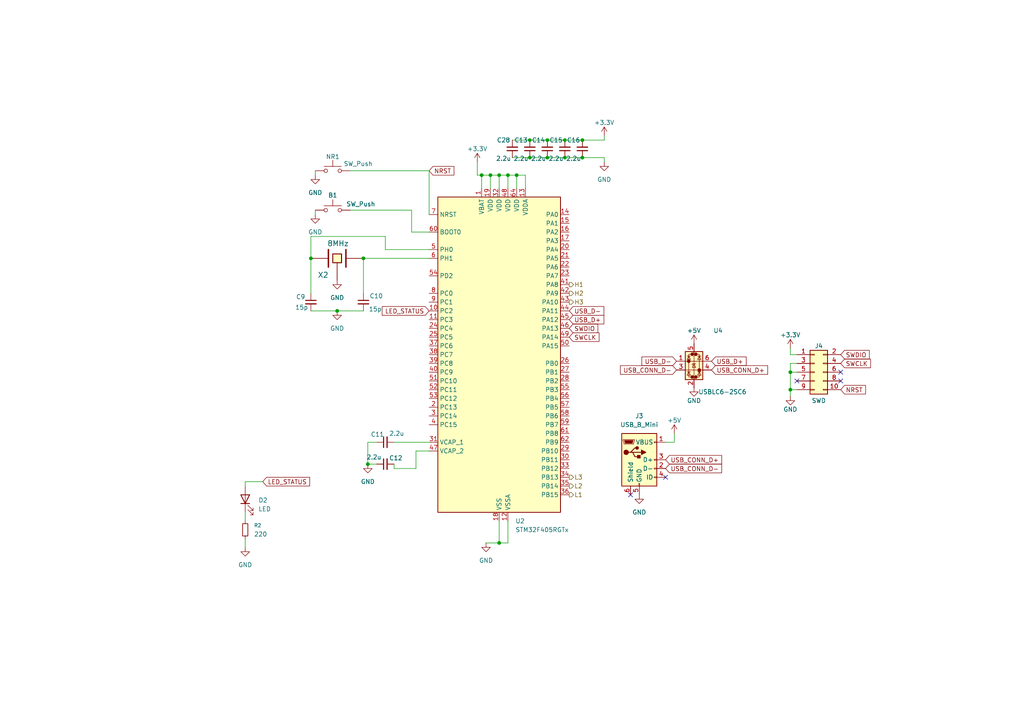
<source format=kicad_sch>
(kicad_sch (version 20250114) (generator "eeschema") (generator_version "9.0")
  (paper "A4")
  (lib_symbols
    (symbol "Connector:USB_B_Mini" (pin_names (offset 1.016))
      (property "Reference" "J" (at -5.08 11.43 0))
      (property "Value" "USB_B_Mini" (at -5.08 8.89 0))
      (symbol "USB_B_Mini_0_1"
        (rectangle (start -5.08 -7.62) (end 5.08 7.62) (stroke (width 0.254)) (fill (type background)))
        (polyline (pts (xy -4.699 5.842) (xy -4.699 5.588) (xy -4.445 4.826) (xy -4.445 4.572) (xy -1.651 4.572) (xy -1.651 4.826) (xy -1.397 5.588) (xy -1.397 5.842) (xy -4.699 5.842)))
        (polyline (pts (xy -4.318 5.588) (xy -1.778 5.588) (xy -2.032 4.826) (xy -4.064 4.826) (xy -4.318 5.588)) (fill (type outline)))
        (circle (center -3.81 2.159) (radius 0.635) (stroke (width 0.254)) (fill (type outline)))
        (polyline (pts (xy -3.175 2.159) (xy -2.54 2.159) (xy -1.27 3.429) (xy -0.635 3.429)) (stroke (width 0.254)))
        (polyline (pts (xy -2.54 2.159) (xy -1.905 2.159) (xy -1.27 0.889) (xy 0 0.889)) (stroke (width 0.254)))
        (polyline (pts (xy -1.905 2.159) (xy 0.635 2.159)) (stroke (width 0.254)))
        (circle (center -0.635 3.429) (radius 0.381) (stroke (width 0.254)) (fill (type outline)))
        (rectangle (start -0.127 -7.62) (end 0.127 -6.858))
        (rectangle (start 0.254 1.27) (end -0.508 0.508) (stroke (width 0.254)) (fill (type outline)))
        (polyline (pts (xy 0.635 2.794) (xy 0.635 1.524) (xy 1.905 2.159) (xy 0.635 2.794)) (stroke (width 0.254)) (fill (type outline)))
        (rectangle (start 5.08 4.953) (end 4.318 5.207))
        (rectangle (start 5.08 -0.127) (end 4.318 0.127))
        (rectangle (start 5.08 -2.667) (end 4.318 -2.413))
        (rectangle (start 5.08 -5.207) (end 4.318 -4.953))
      )
      (symbol "USB_B_Mini_1_1"
        (pin passive line (at -2.54 -10.16 90) (length 2.54) (name "Shield") (number "6"))
        (pin power_out line (at 0 -10.16 90) (length 2.54) (name "GND") (number "5"))
        (pin power_out line (at 7.62 5.08 180) (length 2.54) (name "VBUS") (number "1"))
        (pin bidirectional line (at 7.62 0 180) (length 2.54) (name "D+") (number "3"))
        (pin bidirectional line (at 7.62 -2.54 180) (length 2.54) (name "D-") (number "2"))
        (pin passive line (at 7.62 -5.08 180) (length 2.54) (name "ID") (number "4"))
      )
    )
    (symbol "Connector_Generic:Conn_02x05_Odd_Even" (pin_names (offset 1.016) (hide yes))
      (property "Reference" "J" (at 1.27 7.62 0))
      (property "Value" "Conn_02x05_Odd_Even" (at 1.27 -7.62 0))
      (symbol "Conn_02x05_Odd_Even_1_1"
        (rectangle (start -1.27 6.35) (end 3.81 -6.35) (stroke (width 0.254)) (fill (type background)))
        (rectangle (start -1.27 5.207) (end 0 4.953) (stroke (width 0.1524)))
        (rectangle (start -1.27 2.667) (end 0 2.413) (stroke (width 0.1524)))
        (rectangle (start -1.27 0.127) (end 0 -0.127) (stroke (width 0.1524)))
        (rectangle (start -1.27 -2.413) (end 0 -2.667) (stroke (width 0.1524)))
        (rectangle (start -1.27 -4.953) (end 0 -5.207) (stroke (width 0.1524)))
        (rectangle (start 3.81 5.207) (end 2.54 4.953) (stroke (width 0.1524)))
        (rectangle (start 3.81 2.667) (end 2.54 2.413) (stroke (width 0.1524)))
        (rectangle (start 3.81 0.127) (end 2.54 -0.127) (stroke (width 0.1524)))
        (rectangle (start 3.81 -2.413) (end 2.54 -2.667) (stroke (width 0.1524)))
        (rectangle (start 3.81 -4.953) (end 2.54 -5.207) (stroke (width 0.1524)))
        (pin passive line (at -5.08 5.08 0) (length 3.81) (name "Pin_1") (number "1"))
        (pin passive line (at -5.08 2.54 0) (length 3.81) (name "Pin_3") (number "3"))
        (pin passive line (at -5.08 0 0) (length 3.81) (name "Pin_5") (number "5"))
        (pin passive line (at -5.08 -2.54 0) (length 3.81) (name "Pin_7") (number "7"))
        (pin passive line (at -5.08 -5.08 0) (length 3.81) (name "Pin_9") (number "9"))
        (pin passive line (at 7.62 5.08 180) (length 3.81) (name "Pin_2") (number "2"))
        (pin passive line (at 7.62 2.54 180) (length 3.81) (name "Pin_4") (number "4"))
        (pin passive line (at 7.62 0 180) (length 3.81) (name "Pin_6") (number "6"))
        (pin passive line (at 7.62 -2.54 180) (length 3.81) (name "Pin_8") (number "8"))
        (pin passive line (at 7.62 -5.08 180) (length 3.81) (name "Pin_10") (number "10"))
      )
    )
    (symbol "Device:C_Small" (pin_numbers (hide yes)) (pin_names (offset 0.254) (hide yes))
      (property "Reference" "C" (at 0.254 1.778 0))
      (property "Value" "C_Small" (at 0.254 -2.032 0))
      (symbol "C_Small_0_1"
        (polyline (pts (xy -1.524 0.508) (xy 1.524 0.508)) (stroke (width 0.3048)))
        (polyline (pts (xy -1.524 -0.508) (xy 1.524 -0.508)) (stroke (width 0.3302)))
      )
      (symbol "C_Small_1_1"
        (pin passive line (at 0 2.54 270) (length 2.032) (name "~") (number "1"))
        (pin passive line (at 0 -2.54 90) (length 2.032) (name "~") (number "2"))
      )
    )
    (symbol "Device:LED" (pin_numbers (hide yes)) (pin_names (offset 1.016) (hide yes))
      (property "Reference" "D" (at 0 2.54 0))
      (property "Value" "LED" (at 0 -2.54 0))
      (symbol "LED_0_1"
        (polyline (pts (xy -3.048 -0.762) (xy -4.572 -2.286) (xy -3.81 -2.286) (xy -4.572 -2.286) (xy -4.572 -1.524)))
        (polyline (pts (xy -1.778 -0.762) (xy -3.302 -2.286) (xy -2.54 -2.286) (xy -3.302 -2.286) (xy -3.302 -1.524)))
        (polyline (pts (xy -1.27 0) (xy 1.27 0)))
        (polyline (pts (xy -1.27 -1.27) (xy -1.27 1.27)) (stroke (width 0.254)))
        (polyline (pts (xy 1.27 -1.27) (xy 1.27 1.27) (xy -1.27 0) (xy 1.27 -1.27)) (stroke (width 0.254)))
      )
      (symbol "LED_1_1"
        (pin passive line (at -3.81 0 0) (length 2.54) (name "K") (number "1"))
        (pin passive line (at 3.81 0 180) (length 2.54) (name "A") (number "2"))
      )
    )
    (symbol "Device:R_Small" (pin_numbers (hide yes)) (pin_names (offset 0.254) (hide yes))
      (property "Reference" "R" (at 0 0 90))
      (property "Value" "R_Small" (at 1.778 0 90))
      (symbol "R_Small_0_1"
        (rectangle (start -0.762 1.778) (end 0.762 -1.778) (stroke (width 0.2032)))
      )
      (symbol "R_Small_1_1"
        (pin passive line (at 0 2.54 270) (length 0.762) (name "~") (number "1"))
        (pin passive line (at 0 -2.54 90) (length 0.762) (name "~") (number "2"))
      )
    )
    (symbol "MCU_ST_STM32F4:STM32F405RGTx"
      (property "Reference" "U" (at -17.78 46.99 0))
      (property "Value" "STM32F405RGTx" (at 10.16 46.99 0))
      (symbol "STM32F405RGTx_0_1"
        (rectangle (start -17.78 -45.72) (end 17.78 45.72) (stroke (width 0.254)) (fill (type background)))
      )
      (symbol "STM32F405RGTx_1_1"
        (pin input line (at -20.32 40.64 0) (length 2.54) (name "NRST") (number "7"))
        (pin input line (at -20.32 35.56 0) (length 2.54) (name "BOOT0") (number "60"))
        (pin bidirectional line (at -20.32 30.48 0) (length 2.54) (name "PH0") (number "5"))
        (pin bidirectional line (at -20.32 27.94 0) (length 2.54) (name "PH1") (number "6"))
        (pin bidirectional line (at -20.32 22.86 0) (length 2.54) (name "PD2") (number "54"))
        (pin bidirectional line (at -20.32 17.78 0) (length 2.54) (name "PC0") (number "8"))
        (pin bidirectional line (at -20.32 15.24 0) (length 2.54) (name "PC1") (number "9"))
        (pin bidirectional line (at -20.32 12.7 0) (length 2.54) (name "PC2") (number "10"))
        (pin bidirectional line (at -20.32 10.16 0) (length 2.54) (name "PC3") (number "11"))
        (pin bidirectional line (at -20.32 7.62 0) (length 2.54) (name "PC4") (number "24"))
        (pin bidirectional line (at -20.32 5.08 0) (length 2.54) (name "PC5") (number "25"))
        (pin bidirectional line (at -20.32 2.54 0) (length 2.54) (name "PC6") (number "37"))
        (pin bidirectional line (at -20.32 0 0) (length 2.54) (name "PC7") (number "38"))
        (pin bidirectional line (at -20.32 -2.54 0) (length 2.54) (name "PC8") (number "39"))
        (pin bidirectional line (at -20.32 -5.08 0) (length 2.54) (name "PC9") (number "40"))
        (pin bidirectional line (at -20.32 -7.62 0) (length 2.54) (name "PC10") (number "51"))
        (pin bidirectional line (at -20.32 -10.16 0) (length 2.54) (name "PC11") (number "52"))
        (pin bidirectional line (at -20.32 -12.7 0) (length 2.54) (name "PC12") (number "53"))
        (pin bidirectional line (at -20.32 -15.24 0) (length 2.54) (name "PC13") (number "2"))
        (pin bidirectional line (at -20.32 -17.78 0) (length 2.54) (name "PC14") (number "3"))
        (pin bidirectional line (at -20.32 -20.32 0) (length 2.54) (name "PC15") (number "4"))
        (pin power_out line (at -20.32 -25.4 0) (length 2.54) (name "VCAP_1") (number "31"))
        (pin power_out line (at -20.32 -27.94 0) (length 2.54) (name "VCAP_2") (number "47"))
        (pin power_in line (at -5.08 48.26 270) (length 2.54) (name "VBAT") (number "1"))
        (pin power_in line (at -2.54 48.26 270) (length 2.54) (name "VDD") (number "19"))
        (pin power_in line (at 0 48.26 270) (length 2.54) (name "VDD") (number "32"))
        (pin power_in line (at 0 -48.26 90) (length 2.54) (name "VSS") (number "18"))
        (pin passive line (at 0 -48.26 90) (length 2.54) (hide yes) (name "VSS") (number "63"))
        (pin power_in line (at 2.54 48.26 270) (length 2.54) (name "VDD") (number "48"))
        (pin power_in line (at 2.54 -48.26 90) (length 2.54) (name "VSSA") (number "12"))
        (pin power_in line (at 5.08 48.26 270) (length 2.54) (name "VDD") (number "64"))
        (pin power_in line (at 7.62 48.26 270) (length 2.54) (name "VDDA") (number "13"))
        (pin bidirectional line (at 20.32 40.64 180) (length 2.54) (name "PA0") (number "14"))
        (pin bidirectional line (at 20.32 38.1 180) (length 2.54) (name "PA1") (number "15"))
        (pin bidirectional line (at 20.32 35.56 180) (length 2.54) (name "PA2") (number "16"))
        (pin bidirectional line (at 20.32 33.02 180) (length 2.54) (name "PA3") (number "17"))
        (pin bidirectional line (at 20.32 30.48 180) (length 2.54) (name "PA4") (number "20"))
        (pin bidirectional line (at 20.32 27.94 180) (length 2.54) (name "PA5") (number "21"))
        (pin bidirectional line (at 20.32 25.4 180) (length 2.54) (name "PA6") (number "22"))
        (pin bidirectional line (at 20.32 22.86 180) (length 2.54) (name "PA7") (number "23"))
        (pin bidirectional line (at 20.32 20.32 180) (length 2.54) (name "PA8") (number "41"))
        (pin bidirectional line (at 20.32 17.78 180) (length 2.54) (name "PA9") (number "42"))
        (pin bidirectional line (at 20.32 15.24 180) (length 2.54) (name "PA10") (number "43"))
        (pin bidirectional line (at 20.32 12.7 180) (length 2.54) (name "PA11") (number "44"))
        (pin bidirectional line (at 20.32 10.16 180) (length 2.54) (name "PA12") (number "45"))
        (pin bidirectional line (at 20.32 7.62 180) (length 2.54) (name "PA13") (number "46"))
        (pin bidirectional line (at 20.32 5.08 180) (length 2.54) (name "PA14") (number "49"))
        (pin bidirectional line (at 20.32 2.54 180) (length 2.54) (name "PA15") (number "50"))
        (pin bidirectional line (at 20.32 -2.54 180) (length 2.54) (name "PB0") (number "26"))
        (pin bidirectional line (at 20.32 -5.08 180) (length 2.54) (name "PB1") (number "27"))
        (pin bidirectional line (at 20.32 -7.62 180) (length 2.54) (name "PB2") (number "28"))
        (pin bidirectional line (at 20.32 -10.16 180) (length 2.54) (name "PB3") (number "55"))
        (pin bidirectional line (at 20.32 -12.7 180) (length 2.54) (name "PB4") (number "56"))
        (pin bidirectional line (at 20.32 -15.24 180) (length 2.54) (name "PB5") (number "57"))
        (pin bidirectional line (at 20.32 -17.78 180) (length 2.54) (name "PB6") (number "58"))
        (pin bidirectional line (at 20.32 -20.32 180) (length 2.54) (name "PB7") (number "59"))
        (pin bidirectional line (at 20.32 -22.86 180) (length 2.54) (name "PB8") (number "61"))
        (pin bidirectional line (at 20.32 -25.4 180) (length 2.54) (name "PB9") (number "62"))
        (pin bidirectional line (at 20.32 -27.94 180) (length 2.54) (name "PB10") (number "29"))
        (pin bidirectional line (at 20.32 -30.48 180) (length 2.54) (name "PB11") (number "30"))
        (pin bidirectional line (at 20.32 -33.02 180) (length 2.54) (name "PB12") (number "33"))
        (pin bidirectional line (at 20.32 -35.56 180) (length 2.54) (name "PB13") (number "34"))
        (pin bidirectional line (at 20.32 -38.1 180) (length 2.54) (name "PB14") (number "35"))
        (pin bidirectional line (at 20.32 -40.64 180) (length 2.54) (name "PB15") (number "36"))
      )
    )
    (symbol "Power_Protection:USBLC6-2SC6" (pin_names (hide yes))
      (property "Reference" "U" (at 0.635 5.715 0))
      (property "Value" "USBLC6-2SC6" (at 0.635 3.81 0))
      (symbol "USBLC6-2SC6_0_0"
        (circle (center -1.524 0) (radius 0.0001) (stroke (width 0.508)))
        (circle (center -0.508 2.032) (radius 0.0001) (stroke (width 0.508)))
        (circle (center -0.508 -4.572) (radius 0.0001) (stroke (width 0.508)))
        (circle (center 0.508 2.032) (radius 0.0001) (stroke (width 0.508)))
        (circle (center 0.508 -4.572) (radius 0.0001) (stroke (width 0.508)))
        (circle (center 1.524 -2.54) (radius 0.0001) (stroke (width 0.508)))
      )
      (symbol "USBLC6-2SC6_0_1"
        (polyline (pts (xy -2.54 0) (xy 2.54 0)))
        (polyline (pts (xy -2.54 -2.54) (xy 2.54 -2.54)))
        (polyline (pts (xy -2.032 0.508) (xy -1.016 0.508) (xy -1.524 1.524) (xy -2.032 0.508)))
        (polyline (pts (xy -2.032 -3.048) (xy -1.016 -3.048)))
        (polyline (pts (xy -1.016 1.524) (xy -2.032 1.524)))
        (polyline (pts (xy -1.016 -4.064) (xy -2.032 -4.064) (xy -1.524 -3.048) (xy -1.016 -4.064)))
        (polyline (pts (xy -0.508 -1.143) (xy -0.508 -0.762) (xy 0.508 -0.762)))
        (polyline (pts (xy 0 2.54) (xy -0.508 2.032) (xy 0.508 2.032) (xy 0 1.524) (xy 0 -4.064) (xy -0.508 -4.572) (xy 0.508 -4.572) (xy 0 -5.08)))
        (polyline (pts (xy 0.508 -1.778) (xy -0.508 -1.778) (xy 0 -0.762) (xy 0.508 -1.778)))
        (polyline (pts (xy 1.016 1.524) (xy 2.032 1.524)))
        (polyline (pts (xy 1.016 -3.048) (xy 2.032 -3.048)))
        (polyline (pts (xy 2.032 0.508) (xy 1.016 0.508) (xy 1.524 1.524) (xy 2.032 0.508)))
        (polyline (pts (xy 2.032 -4.064) (xy 1.016 -4.064) (xy 1.524 -3.048) (xy 2.032 -4.064)))
      )
      (symbol "USBLC6-2SC6_1_1"
        (rectangle (start -2.54 2.794) (end 2.54 -5.334) (stroke (width 0.254)) (fill (type background)))
        (polyline (pts (xy -0.508 2.032) (xy -1.524 2.032) (xy -1.524 -4.572) (xy -0.508 -4.572)))
        (polyline (pts (xy 0.508 -4.572) (xy 1.524 -4.572) (xy 1.524 2.032) (xy 0.508 2.032)))
        (pin passive line (at -5.08 0 0) (length 2.54) (name "I/O1") (number "1"))
        (pin passive line (at -5.08 -2.54 0) (length 2.54) (name "I/O2") (number "3"))
        (pin passive line (at 0 5.08 270) (length 2.54) (name "VBUS") (number "5"))
        (pin passive line (at 0 -7.62 90) (length 2.54) (name "GND") (number "2"))
        (pin passive line (at 5.08 0 180) (length 2.54) (name "I/O1") (number "6"))
        (pin passive line (at 5.08 -2.54 180) (length 2.54) (name "I/O2") (number "4"))
      )
    )
    (symbol "Switch:SW_Push" (pin_numbers (hide yes)) (pin_names (offset 1.016) (hide yes))
      (property "Reference" "SW" (at 1.27 2.54 0))
      (property "Value" "SW_Push" (at 0 -1.524 0))
      (symbol "SW_Push_0_1"
        (circle (center -2.032 0) (radius 0.508))
        (polyline (pts (xy 0 1.27) (xy 0 3.048)))
        (circle (center 2.032 0) (radius 0.508))
        (polyline (pts (xy 2.54 1.27) (xy -2.54 1.27)))
        (pin passive line (at -5.08 0 0) (length 2.54) (name "1") (number "1"))
        (pin passive line (at 5.08 0 180) (length 2.54) (name "2") (number "2"))
      )
    )
    (symbol "crf_1:CRYSTAL_GROUND_PIN" (pin_numbers (hide yes)) (pin_names (offset 1.016) (hide yes))
      (property "Reference" "X" (at 5.08 1.27 0))
      (property "Value" "CRYSTAL_GROUND_PIN" (at 0 3.81 0))
      (symbol "CRYSTAL_GROUND_PIN_0_1"
        (polyline (pts (xy -2.54 2.54) (xy -2.54 -2.54)) (stroke (width 0.4064)))
        (polyline (pts (xy -1.27 1.27) (xy 1.27 1.27) (xy 1.27 -1.27) (xy -1.27 -1.27) (xy -1.27 1.27)) (stroke (width 0.3048)) (fill (type background)))
        (polyline (pts (xy 2.54 2.54) (xy 2.54 -2.54)) (stroke (width 0.4064)))
      )
      (symbol "CRYSTAL_GROUND_PIN_1_1"
        (pin passive line (at -7.62 0 0) (length 5.08) (name "1") (number "1"))
        (pin passive line (at 0 -6.35 90) (length 5.08) (name "GND") (number "3"))
        (pin passive line (at 7.62 0 180) (length 5.08) (name "2") (number "2"))
      )
    )
    (symbol "power:+3.3V" (power) (pin_numbers (hide yes)) (pin_names (offset 0) (hide yes))
      (property "Value" "+3.3V" (at 0 3.556 0))
      (symbol "+3.3V_0_1"
        (polyline (pts (xy -0.762 1.27) (xy 0 2.54)))
        (polyline (pts (xy 0 2.54) (xy 0.762 1.27)))
        (polyline (pts (xy 0 0) (xy 0 2.54)))
      )
      (symbol "+3.3V_1_1"
        (pin power_in line (at 0 0 90) (length 0) (name "~") (number "1"))
      )
    )
    (symbol "power:+5V" (power) (pin_numbers (hide yes)) (pin_names (offset 0) (hide yes))
      (property "Value" "+5V" (at 0 3.556 0))
      (symbol "+5V_0_1"
        (polyline (pts (xy -0.762 1.27) (xy 0 2.54)))
        (polyline (pts (xy 0 2.54) (xy 0.762 1.27)))
        (polyline (pts (xy 0 0) (xy 0 2.54)))
      )
      (symbol "+5V_1_1"
        (pin power_in line (at 0 0 90) (length 0) (name "~") (number "1"))
      )
    )
    (symbol "power:GND" (power) (pin_numbers (hide yes)) (pin_names (offset 0) (hide yes))
      (property "Value" "GND" (at 0 -3.81 0))
      (symbol "GND_0_1"
        (polyline (pts (xy 0 0) (xy 0 -1.27) (xy 1.27 -1.27) (xy 0 -2.54) (xy -1.27 -1.27) (xy 0 -1.27)))
      )
      (symbol "GND_1_1"
        (pin power_in line (at 0 0 270) (length 0) (name "~") (number "1"))
      )
    )
  )
  (junction (at 147.32 50.8))
  (junction (at 163.83 40.64))
  (junction (at 153.67 45.72))
  (junction (at 168.91 45.72))
  (junction (at 106.68 134.62))
  (junction (at 139.7 50.8))
  (junction (at 149.86 50.8))
  (junction (at 144.78 157.48))
  (junction (at 229.235 113.03))
  (junction (at 153.67 40.64))
  (junction (at 163.83 45.72))
  (junction (at 168.91 40.64))
  (junction (at 90.17 74.93))
  (junction (at 142.24 50.8))
  (junction (at 158.75 45.72))
  (junction (at 97.79 90.17))
  (junction (at 229.235 107.95))
  (junction (at 158.75 40.64))
  (junction (at 105.41 74.93))
  (junction (at 144.78 50.8))
  (no_connect (at 231.14 110.49))
  (no_connect (at 243.84 110.49))
  (no_connect (at 243.84 107.95))
  (no_connect (at 193.04 138.43))
  (no_connect (at 182.88 143.51))
  (wire (pts (xy 231.14 107.95) (xy 229.235 107.95)))
  (wire (pts (xy 91.44 62.23) (xy 91.44 60.96)))
  (wire (pts (xy 71.12 148.59) (xy 71.12 151.13)))
  (wire (pts (xy 76.2 139.7) (xy 71.12 139.7)))
  (wire (pts (xy 158.75 45.72) (xy 163.83 45.72)))
  (wire (pts (xy 231.14 105.41) (xy 229.235 105.41)))
  (wire (pts (xy 147.32 157.48) (xy 144.78 157.48)))
  (wire (pts (xy 149.86 54.61) (xy 149.86 50.8)))
  (wire (pts (xy 90.17 90.17) (xy 97.79 90.17)))
  (wire (pts (xy 163.83 45.72) (xy 168.91 45.72)))
  (wire (pts (xy 195.58 125.73) (xy 195.58 128.27)))
  (wire (pts (xy 144.78 50.8) (xy 142.24 50.8)))
  (wire (pts (xy 153.67 45.72) (xy 158.75 45.72)))
  (wire (pts (xy 229.235 105.41) (xy 229.235 107.95)))
  (wire (pts (xy 71.12 139.7) (xy 71.12 140.97)))
  (wire (pts (xy 124.46 72.39) (xy 111.76 72.39)))
  (wire (pts (xy 142.24 50.8) (xy 142.24 54.61)))
  (wire (pts (xy 175.26 45.72) (xy 175.26 46.99)))
  (wire (pts (xy 168.91 40.64) (xy 175.26 40.64)))
  (wire (pts (xy 195.58 128.27) (xy 193.04 128.27)))
  (wire (pts (xy 124.46 130.81) (xy 120.65 130.81)))
  (wire (pts (xy 90.17 74.93) (xy 90.17 85.09)))
  (wire (pts (xy 97.79 90.17) (xy 105.41 90.17)))
  (wire (pts (xy 163.83 40.64) (xy 168.91 40.64)))
  (wire (pts (xy 229.235 102.87) (xy 231.14 102.87)))
  (wire (pts (xy 229.235 100.965) (xy 229.235 102.87)))
  (wire (pts (xy 138.43 46.99) (xy 138.43 50.8)))
  (wire (pts (xy 120.65 135.89) (xy 114.3 135.89)))
  (wire (pts (xy 148.59 40.64) (xy 153.67 40.64)))
  (wire (pts (xy 231.14 113.03) (xy 229.235 113.03)))
  (wire (pts (xy 175.26 39.37) (xy 175.26 40.64)))
  (wire (pts (xy 149.86 50.8) (xy 147.32 50.8)))
  (wire (pts (xy 101.6 49.53) (xy 124.46 49.53)))
  (wire (pts (xy 111.76 68.58) (xy 90.17 68.58)))
  (wire (pts (xy 229.235 107.95) (xy 229.235 113.03)))
  (wire (pts (xy 124.46 49.53) (xy 124.46 62.23)))
  (wire (pts (xy 147.32 54.61) (xy 147.32 50.8)))
  (wire (pts (xy 139.7 50.8) (xy 142.24 50.8)))
  (wire (pts (xy 139.7 54.61) (xy 139.7 50.8)))
  (wire (pts (xy 71.12 156.21) (xy 71.12 158.75)))
  (wire (pts (xy 105.41 74.93) (xy 124.46 74.93)))
  (wire (pts (xy 144.78 157.48) (xy 140.97 157.48)))
  (wire (pts (xy 124.46 67.31) (xy 119.38 67.31)))
  (wire (pts (xy 111.76 72.39) (xy 111.76 68.58)))
  (wire (pts (xy 106.68 128.27) (xy 109.22 128.27)))
  (wire (pts (xy 168.91 45.72) (xy 175.26 45.72)))
  (wire (pts (xy 229.235 113.03) (xy 229.235 114.935)))
  (wire (pts (xy 148.59 45.72) (xy 153.67 45.72)))
  (wire (pts (xy 153.67 40.64) (xy 158.75 40.64)))
  (wire (pts (xy 144.78 54.61) (xy 144.78 50.8)))
  (wire (pts (xy 147.32 151.13) (xy 147.32 157.48)))
  (wire (pts (xy 119.38 60.96) (xy 101.6 60.96)))
  (wire (pts (xy 114.3 128.27) (xy 124.46 128.27)))
  (wire (pts (xy 109.22 134.62) (xy 106.68 134.62)))
  (wire (pts (xy 90.17 68.58) (xy 90.17 74.93)))
  (wire (pts (xy 91.44 50.8) (xy 91.44 49.53)))
  (wire (pts (xy 158.75 40.64) (xy 163.83 40.64)))
  (wire (pts (xy 152.4 50.8) (xy 149.86 50.8)))
  (wire (pts (xy 147.32 50.8) (xy 144.78 50.8)))
  (wire (pts (xy 119.38 67.31) (xy 119.38 60.96)))
  (wire (pts (xy 144.78 151.13) (xy 144.78 157.48)))
  (wire (pts (xy 120.65 130.81) (xy 120.65 135.89)))
  (wire (pts (xy 114.3 135.89) (xy 114.3 134.62)))
  (wire (pts (xy 105.41 74.93) (xy 105.41 85.09)))
  (wire (pts (xy 106.68 134.62) (xy 106.68 128.27)))
  (wire (pts (xy 138.43 50.8) (xy 139.7 50.8)))
  (wire (pts (xy 152.4 54.61) (xy 152.4 50.8)))
  (global_label "SWDIO" (shape input) (at 243.84 102.87 0) (property "Intersheetrefs" "${INTERSHEET_REFS}" (effects (hide yes))))
  (global_label "SWDIO" (shape input) (at 165.1 95.25 0) (property "Intersheetrefs" "${INTERSHEET_REFS}" (effects (hide yes))))
  (global_label "NRST" (shape input) (at 243.84 113.03 0) (property "Intersheetrefs" "${INTERSHEET_REFS}" (effects (hide yes))))
  (global_label "SWCLK" (shape input) (at 243.84 105.41 0) (property "Intersheetrefs" "${INTERSHEET_REFS}" (effects (hide yes))))
  (global_label "LED_STATUS" (shape input) (at 76.2 139.7 0) (property "Intersheetrefs" "${INTERSHEET_REFS}" (effects (hide yes))))
  (global_label "NRST" (shape input) (at 124.46 49.53 0) (property "Intersheetrefs" "${INTERSHEET_REFS}" (effects (hide yes))))
  (global_label "USB_CONN_D-" (shape input) (at 193.04 135.89 0) (property "Intersheetrefs" "${INTERSHEET_REFS}" (effects (hide yes))))
  (global_label "SWCLK" (shape input) (at 165.1 97.79 0) (property "Intersheetrefs" "${INTERSHEET_REFS}" (effects (hide yes))))
  (global_label "USB_D+" (shape input) (at 206.375 104.775 0) (property "Intersheetrefs" "${INTERSHEET_REFS}" (effects (hide yes))))
  (global_label "USB_CONN_D+" (shape input) (at 206.375 107.315 0) (property "Intersheetrefs" "${INTERSHEET_REFS}" (effects (hide yes))))
  (global_label "USB_D-" (shape input) (at 165.1 90.17 0) (property "Intersheetrefs" "${INTERSHEET_REFS}" (effects (hide yes))))
  (global_label "USB_CONN_D-" (shape input) (at 196.215 107.315 180) (property "Intersheetrefs" "${INTERSHEET_REFS}" (effects (hide yes))))
  (global_label "LED_STATUS" (shape input) (at 124.46 90.17 180) (property "Intersheetrefs" "${INTERSHEET_REFS}" (effects (hide yes))))
  (global_label "USB_D-" (shape input) (at 196.215 104.775 180) (property "Intersheetrefs" "${INTERSHEET_REFS}" (effects (hide yes))))
  (global_label "USB_CONN_D+" (shape input) (at 193.04 133.35 0) (property "Intersheetrefs" "${INTERSHEET_REFS}" (effects (hide yes))))
  (global_label "USB_D+" (shape input) (at 165.1 92.71 0) (property "Intersheetrefs" "${INTERSHEET_REFS}" (effects (hide yes))))
  (hierarchical_label "L2" (shape output) (at 165.1 140.97 0))
  (hierarchical_label "H3" (shape output) (at 165.1 87.63 0))
  (hierarchical_label "H2" (shape output) (at 165.1 85.09 0))
  (hierarchical_label "L1" (shape output) (at 165.1 143.51 0))
  (hierarchical_label "H1" (shape output) (at 165.1 82.55 0))
  (hierarchical_label "L3" (shape output) (at 165.1 138.43 0))
  (symbol (lib_id "Device:C_Small") (at 105.41 87.63 0) (unit 1)
    (property "Reference" "C10" (at 107.188 85.852 0) (effects (justify left)))
    (property "Value" "15p" (at 106.934 89.662 0) (effects (justify left)))
    (property "Footprint" "CRF1:SMD-0603_c" (effects (hide yes)))
    (property "Description" "Unpolarized capacitor, small symbol" (effects (hide yes)))
  )
  (symbol (lib_id "power:GND") (at 97.79 90.17 0) (unit 1)
    (property "Reference" "#PWR016" (effects (hide yes)))
    (property "Value" "GND" (at 97.79 95.25 0))
    (property "Description" "Power symbol creates a global label with name \"GND\" , ground" (effects (hide yes)))
  )
  (symbol (lib_id "MCU_ST_STM32F4:STM32F405RGTx") (at 144.78 102.87 0) (unit 1)
    (property "Reference" "U2" (at 149.4633 151.13 0) (effects (justify left)))
    (property "Value" "STM32F405RGTx" (at 149.4633 153.67 0) (effects (justify left)))
    (property "Footprint" "Package_QFP:LQFP-64_10x10mm_P0.5mm" (effects (hide yes)))
    (property "Datasheet" "https://www.st.com/resource/en/datasheet/stm32f405rg.pdf" (effects (hide yes)))
    (property "Description" "STMicroelectronics Arm Cortex-M4 MCU, 1024KB flash, 192KB RAM, 168 MHz, 1.8-3.6V, 51 GPIO, LQFP64" (effects (hide yes)))
  )
  (symbol (lib_id "Device:C_Small") (at 111.76 128.27 90) (unit 1)
    (property "Reference" "C11" (at 109.474 125.984 90))
    (property "Value" "2.2u" (at 115.062 125.73 90))
    (property "Footprint" "CRF1:SMD-0603_c" (effects (hide yes)))
    (property "Description" "Unpolarized capacitor, small symbol" (effects (hide yes)))
  )
  (symbol (lib_id "Device:C_Small") (at 153.67 43.18 180) (unit 1)
    (property "Reference" "C13" (at 151.13 40.64 0))
    (property "Value" "2.2u" (at 151.13 45.974 0))
    (property "Footprint" "CRF1:SMD-0603_c" (effects (hide yes)))
    (property "Description" "Unpolarized capacitor, small symbol" (effects (hide yes)))
  )
  (symbol (lib_id "power:+3.3V") (at 138.43 46.99 0) (unit 1)
    (property "Reference" "#PWR018" (effects (hide yes)))
    (property "Value" "+3.3V" (at 138.43 43.18 0))
  )
  (symbol (lib_id "Connector_Generic:Conn_02x05_Odd_Even") (at 236.22 107.95 0) (unit 1)
    (property "Reference" "J4" (at 237.49 100.33 0))
    (property "Value" "SWD" (at 237.49 116.205 0))
    (property "Footprint" "Connector_PinHeader_1.27mm:PinHeader_2x05_P1.27mm_Vertical_SMD" (effects (hide yes)))
  )
  (symbol (lib_id "power:+5V") (at 201.295 99.695 0) (unit 1)
    (property "Reference" "#PWR025" (effects (hide yes)))
    (property "Value" "+5V" (at 201.295 95.885 0))
  )
  (symbol (lib_id "power:+3.3V") (at 229.235 100.965 0) (unit 1)
    (property "Reference" "#PWR027" (effects (hide yes)))
    (property "Value" "+3.3V" (at 229.235 97.155 0))
  )
  (symbol (lib_id "power:GND") (at 201.295 112.395 0) (unit 1)
    (property "Reference" "#PWR026" (effects (hide yes)))
    (property "Value" "GND" (at 201.295 116.205 0))
  )
  (symbol (lib_id "power:GND") (at 140.97 157.48 0) (unit 1)
    (property "Reference" "#PWR04" (effects (hide yes)))
    (property "Value" "GND" (at 140.97 162.56 0))
    (property "Description" "Power symbol creates a global label with name \"GND\" , ground" (effects (hide yes)))
  )
  (symbol (lib_id "power:GND") (at 185.42 143.51 0) (unit 1)
    (property "Reference" "#PWR022" (effects (hide yes)))
    (property "Value" "GND" (at 185.42 148.59 0))
    (property "Description" "Power symbol creates a global label with name \"GND\" , ground" (effects (hide yes)))
  )
  (symbol (lib_id "Device:C_Small") (at 158.75 43.18 180) (unit 1)
    (property "Reference" "C14" (at 156.21 40.64 0))
    (property "Value" "2.2u" (at 156.21 45.974 0))
    (property "Footprint" "CRF1:SMD-0603_c" (effects (hide yes)))
    (property "Description" "Unpolarized capacitor, small symbol" (effects (hide yes)))
  )
  (symbol (lib_id "Switch:SW_Push") (at 96.52 60.96 0) (unit 1)
    (property "Reference" "B1" (at 96.52 56.642 0))
    (property "Value" "SW_Push" (at 104.648 59.182 0))
    (property "Footprint" "Button_Switch_SMD:SW_Push_1P1T_NO_CK_KMR2" (effects (hide yes)))
    (property "Description" "Push button switch, generic, two pins" (effects (hide yes)))
  )
  (symbol (lib_id "Power_Protection:USBLC6-2SC6") (at 201.295 104.775 0) (unit 1)
    (property "Reference" "U4" (at 208.28 95.885 0))
    (property "Value" "USBLC6-2SC6" (at 209.55 113.665 0))
    (property "Footprint" "Package_TO_SOT_SMD:SOT-23-6" (effects (hide yes)))
    (property "Datasheet" "https://www.st.com/resource/en/datasheet/usblc6-2.pdf" (effects (hide yes)))
    (property "LCSC Part #" "C7519" (effects (hide yes)))
  )
  (symbol (lib_id "power:GND") (at 229.235 114.935 0) (unit 1)
    (property "Reference" "#PWR028" (effects (hide yes)))
    (property "Value" "GND" (at 229.235 118.745 0))
  )
  (symbol (lib_id "Connector:USB_B_Mini") (at 185.42 133.35 0) (unit 1)
    (property "Reference" "J3" (at 185.42 120.65 0))
    (property "Value" "USB_B_Mini" (at 185.42 123.19 0))
    (property "Footprint" "Connector_USB:USB_Mini-B_Lumberg_2486_01_Horizontal" (effects (hide yes)))
    (property "Description" "USB Mini Type B connector" (effects (hide yes)))
  )
  (symbol (lib_id "power:GND") (at 91.44 62.23 0) (unit 1)
    (property "Reference" "#PWR013" (effects (hide yes)))
    (property "Value" "GND" (at 91.44 67.31 0))
    (property "Description" "Power symbol creates a global label with name \"GND\" , ground" (effects (hide yes)))
  )
  (symbol (lib_id "crf_1:CRYSTAL_GROUND_PIN") (at 97.79 74.93 0) (unit 1)
    (property "Reference" "X2" (at 93.726 79.756 0) (effects (font (size 1.524 1.524))))
    (property "Value" "8MHz" (at 98.044 70.612 0) (effects (font (size 1.524 1.524))))
    (property "Footprint" "CRF1:Crystal_5x3mm" (effects (hide yes)))
  )
  (symbol (lib_id "power:+5V") (at 195.58 125.73 0) (unit 1)
    (property "Reference" "#PWR024" (effects (hide yes)))
    (property "Value" "+5V" (at 195.58 121.92 0))
  )
  (symbol (lib_id "Device:C_Small") (at 111.76 134.62 90) (unit 1)
    (property "Reference" "C12" (at 114.808 132.842 90))
    (property "Value" "2.2u" (at 108.458 132.588 90))
    (property "Footprint" "CRF1:SMD-0603_c" (effects (hide yes)))
    (property "Description" "Unpolarized capacitor, small symbol" (effects (hide yes)))
  )
  (symbol (lib_id "power:GND") (at 175.26 46.99 0) (unit 1)
    (property "Reference" "#PWR021" (effects (hide yes)))
    (property "Value" "GND" (at 175.26 52.07 0))
    (property "Description" "Power symbol creates a global label with name \"GND\" , ground" (effects (hide yes)))
  )
  (symbol (lib_id "power:GND") (at 97.79 81.28 0) (unit 1)
    (property "Reference" "#PWR015" (effects (hide yes)))
    (property "Value" "GND" (at 97.79 86.36 0))
    (property "Description" "Power symbol creates a global label with name \"GND\" , ground" (effects (hide yes)))
  )
  (symbol (lib_id "power:GND") (at 106.68 134.62 0) (unit 1)
    (property "Reference" "#PWR017" (effects (hide yes)))
    (property "Value" "GND" (at 106.68 139.7 0))
    (property "Description" "Power symbol creates a global label with name \"GND\" , ground" (effects (hide yes)))
  )
  (symbol (lib_id "power:GND") (at 71.12 158.75 0) (unit 1)
    (property "Reference" "#PWR014" (effects (hide yes)))
    (property "Value" "GND" (at 71.12 163.83 0))
    (property "Description" "Power symbol creates a global label with name \"GND\" , ground" (effects (hide yes)))
  )
  (symbol (lib_id "Device:C_Small") (at 168.91 43.18 180) (unit 1)
    (property "Reference" "C16" (at 166.37 40.64 0))
    (property "Value" "2.2u" (at 166.37 45.974 0))
    (property "Footprint" "CRF1:SMD-0603_c" (effects (hide yes)))
    (property "Description" "Unpolarized capacitor, small symbol" (effects (hide yes)))
  )
  (symbol (lib_id "Device:LED") (at 71.12 144.78 90) (unit 1)
    (property "Reference" "D2" (at 74.93 145.0974 90) (effects (justify right)))
    (property "Value" "LED" (at 74.93 147.6374 90) (effects (justify right)))
    (property "Footprint" "LED_SMD:LED_0603_1608Metric" (effects (hide yes)))
    (property "Description" "Light emitting diode" (effects (hide yes)))
    (property "Sim.Pins" "1=K 2=A" (effects (hide yes)))
  )
  (symbol (lib_id "Device:C_Small") (at 90.17 87.63 0) (unit 1)
    (property "Reference" "C9" (at 85.852 86.106 0) (effects (justify left)))
    (property "Value" "15p" (at 85.598 89.154 0) (effects (justify left)))
    (property "Footprint" "CRF1:SMD-0603_c" (effects (hide yes)))
    (property "Description" "Unpolarized capacitor, small symbol" (effects (hide yes)))
  )
  (symbol (lib_id "Switch:SW_Push") (at 96.52 49.53 0) (unit 1)
    (property "Reference" "NR1" (at 96.52 45.466 0))
    (property "Value" "SW_Push" (at 103.886 47.498 0))
    (property "Footprint" "Button_Switch_SMD:SW_Push_1P1T_NO_CK_KMR2" (effects (hide yes)))
    (property "Description" "Push button switch, generic, two pins" (effects (hide yes)))
  )
  (symbol (lib_id "Device:C_Small") (at 163.83 43.18 180) (unit 1)
    (property "Reference" "C15" (at 161.29 40.64 0))
    (property "Value" "2.2u" (at 161.29 45.974 0))
    (property "Footprint" "CRF1:SMD-0603_c" (effects (hide yes)))
    (property "Description" "Unpolarized capacitor, small symbol" (effects (hide yes)))
  )
  (symbol (lib_id "Device:C_Small") (at 148.59 43.18 180) (unit 1)
    (property "Reference" "C28" (at 146.05 40.64 0))
    (property "Value" "2.2u" (at 146.05 45.974 0))
    (property "Footprint" "CRF1:SMD-0603_c" (effects (hide yes)))
    (property "Description" "Unpolarized capacitor, small symbol" (effects (hide yes)))
  )
  (symbol (lib_id "Device:R_Small") (at 71.12 153.67 0) (unit 1)
    (property "Reference" "R2" (at 73.66 152.3999 0) (effects (font (size 1.016 1.016)) (justify left)))
    (property "Value" "220" (at 73.66 154.9399 0) (effects (justify left)))
    (property "Footprint" "Resistor_SMD:R_0603_1608Metric" (effects (hide yes)))
    (property "Description" "Resistor, small symbol" (effects (hide yes)))
  )
  (symbol (lib_id "power:GND") (at 91.44 50.8 0) (unit 1)
    (property "Reference" "#PWR012" (effects (hide yes)))
    (property "Value" "GND" (at 91.44 55.88 0))
    (property "Description" "Power symbol creates a global label with name \"GND\" , ground" (effects (hide yes)))
  )
  (symbol (lib_id "power:+3.3V") (at 175.26 39.37 0) (unit 1)
    (property "Reference" "#PWR020" (effects (hide yes)))
    (property "Value" "+3.3V" (at 175.26 35.56 0))
  )
)
</source>
